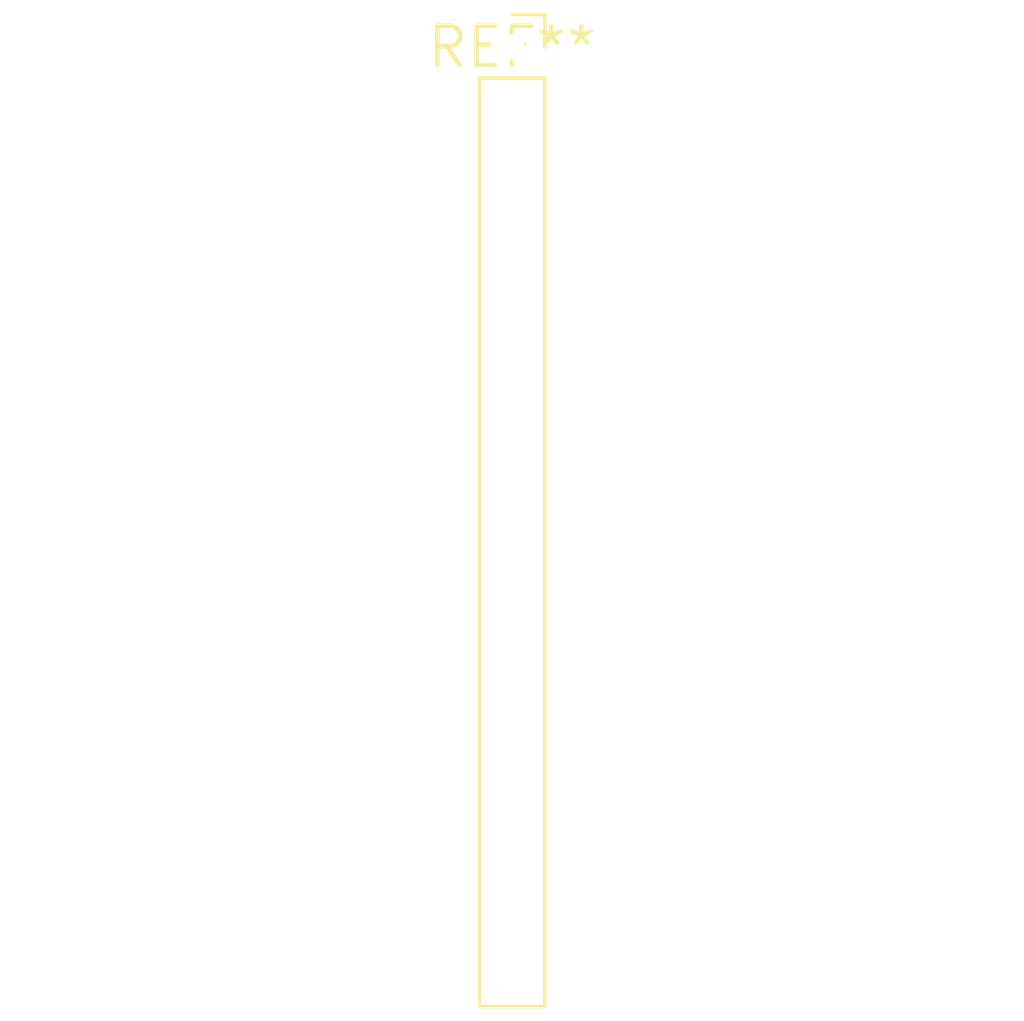
<source format=kicad_pcb>
(kicad_pcb (version 20240108) (generator pcbnew)
  (layers (0 "F.Cu" signal) (31 "B.Cu" signal) (34 "B.Paste" user) (35 "F.Paste" user) (36 "B.SilkS" user "B.Silkscreen") (37 "F.SilkS" user "F.Silkscreen") (38 "B.Mask" user) (39 "F.Mask" user) (44 "Edge.Cuts" user))
  (net 0 "")
  (footprint "PinSocket_1x16_P2.00mm_Vertical" (layer "F.Cu") (at 0 0)
    (property "Reference" "REF**")
    (property "Value" "PinSocket_1x16_P2.00mm_Vertical")
    (fp_line (start -1.06 1) (end -1.06 31.06) (layer "F.SilkS") (stroke (width 0.12)))
    (fp_line (start -1.06 1) (end 1.06 1) (layer "F.SilkS") (stroke (width 0.12)))
    (fp_line (start -1.06 31.06) (end 1.06 31.06) (layer "F.SilkS") (stroke (width 0.12)))
    (fp_line (start 0 -1.06) (end 1.06 -1.06) (layer "F.SilkS") (stroke (width 0.12)))
    (fp_line (start 1.06 -1.06) (end 1.06 0) (layer "F.SilkS") (stroke (width 0.12)))
    (fp_line (start 1.06 1) (end 1.06 31.06) (layer "F.SilkS") (stroke (width 0.12)))
    (pad "1" thru_hole rect (at 0 0) (size 1.35 1.35) (drill 0.8) (layers *.Cu *.Mask) (remove_unused_layers))
    (pad "2" thru_hole oval (at 0 2) (size 1.35 1.35) (drill 0.8) (layers *.Cu *.Mask) (remove_unused_layers))
    (pad "3" thru_hole oval (at 0 4) (size 1.35 1.35) (drill 0.8) (layers *.Cu *.Mask) (remove_unused_layers))
    (pad "4" thru_hole oval (at 0 6) (size 1.35 1.35) (drill 0.8) (layers *.Cu *.Mask) (remove_unused_layers))
    (pad "5" thru_hole oval (at 0 8) (size 1.35 1.35) (drill 0.8) (layers *.Cu *.Mask) (remove_unused_layers))
    (pad "6" thru_hole oval (at 0 10) (size 1.35 1.35) (drill 0.8) (layers *.Cu *.Mask) (remove_unused_layers))
    (pad "7" thru_hole oval (at 0 12) (size 1.35 1.35) (drill 0.8) (layers *.Cu *.Mask) (remove_unused_layers))
    (pad "8" thru_hole oval (at 0 14) (size 1.35 1.35) (drill 0.8) (layers *.Cu *.Mask) (remove_unused_layers))
    (pad "9" thru_hole oval (at 0 16) (size 1.35 1.35) (drill 0.8) (layers *.Cu *.Mask) (remove_unused_layers))
    (pad "10" thru_hole oval (at 0 18) (size 1.35 1.35) (drill 0.8) (layers *.Cu *.Mask) (remove_unused_layers))
    (pad "11" thru_hole oval (at 0 20) (size 1.35 1.35) (drill 0.8) (layers *.Cu *.Mask) (remove_unused_layers))
    (pad "12" thru_hole oval (at 0 22) (size 1.35 1.35) (drill 0.8) (layers *.Cu *.Mask) (remove_unused_layers))
    (pad "13" thru_hole oval (at 0 24) (size 1.35 1.35) (drill 0.8) (layers *.Cu *.Mask) (remove_unused_layers))
    (pad "14" thru_hole oval (at 0 26) (size 1.35 1.35) (drill 0.8) (layers *.Cu *.Mask) (remove_unused_layers))
    (pad "15" thru_hole oval (at 0 28) (size 1.35 1.35) (drill 0.8) (layers *.Cu *.Mask) (remove_unused_layers))
    (pad "16" thru_hole oval (at 0 30) (size 1.35 1.35) (drill 0.8) (layers *.Cu *.Mask) (remove_unused_layers))
  )
)
</source>
